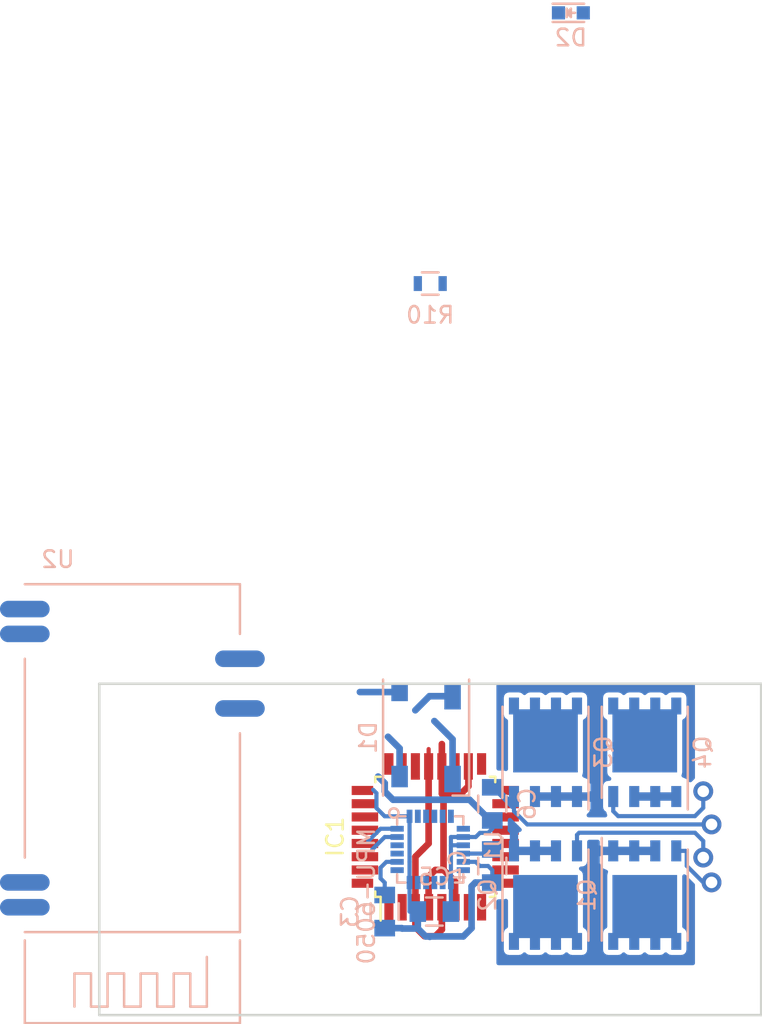
<source format=kicad_pcb>
(kicad_pcb (version 4) (host pcbnew 4.0.2+e4-6225~38~ubuntu14.04.1-stable)

  (general
    (links 65)
    (no_connects 41)
    (area 91.15 74.984738 137.325001 140.375)
    (thickness 1.6)
    (drawings 4)
    (tracks 111)
    (zones 0)
    (modules 14)
    (nets 50)
  )

  (page A4)
  (layers
    (0 F.Cu signal)
    (31 B.Cu signal)
    (32 B.Adhes user)
    (33 F.Adhes user)
    (34 B.Paste user)
    (35 F.Paste user)
    (36 B.SilkS user hide)
    (37 F.SilkS user hide)
    (38 B.Mask user)
    (39 F.Mask user)
    (40 Dwgs.User user)
    (41 Cmts.User user)
    (42 Eco1.User user)
    (43 Eco2.User user)
    (44 Edge.Cuts user)
    (45 Margin user)
    (46 B.CrtYd user)
    (47 F.CrtYd user)
    (48 B.Fab user hide)
    (49 F.Fab user hide)
  )

  (setup
    (last_trace_width 0.4)
    (user_trace_width 0.25)
    (user_trace_width 0.4)
    (trace_clearance 0.1)
    (zone_clearance 0.3)
    (zone_45_only no)
    (trace_min 0.2)
    (segment_width 0.2)
    (edge_width 0.15)
    (via_size 1.2)
    (via_drill 0.7)
    (via_min_size 0.4)
    (via_min_drill 0.3)
    (uvia_size 0.3)
    (uvia_drill 0.1)
    (uvias_allowed no)
    (uvia_min_size 0.2)
    (uvia_min_drill 0.1)
    (pcb_text_width 0.3)
    (pcb_text_size 1.5 1.5)
    (mod_edge_width 0.15)
    (mod_text_size 1 1)
    (mod_text_width 0.15)
    (pad_size 1.3 1)
    (pad_drill 0)
    (pad_to_mask_clearance 0.2)
    (aux_axis_origin 0 0)
    (grid_origin 117.25 128)
    (visible_elements FFFFFF7F)
    (pcbplotparams
      (layerselection 0x00030_80000001)
      (usegerberextensions false)
      (excludeedgelayer true)
      (linewidth 0.100000)
      (plotframeref false)
      (viasonmask false)
      (mode 1)
      (useauxorigin false)
      (hpglpennumber 1)
      (hpglpenspeed 20)
      (hpglpendiameter 15)
      (hpglpenoverlay 2)
      (psnegative false)
      (psa4output false)
      (plotreference true)
      (plotvalue true)
      (plotinvisibletext false)
      (padsonsilk false)
      (subtractmaskfromsilk false)
      (outputformat 1)
      (mirror false)
      (drillshape 1)
      (scaleselection 1)
      (outputdirectory ""))
  )

  (net 0 "")
  (net 1 /Microcontroller/XTAL1)
  (net 2 GND)
  (net 3 /Microcontroller/XTAL2)
  (net 4 /Microcontroller/12_LED)
  (net 5 /Microcontroller/13_LED)
  (net 6 /Microcontroller/8_LED)
  (net 7 /Microcontroller/11_PWM_LEDA)
  (net 8 /Microcontroller/3_PWM)
  (net 9 /Microcontroller/4)
  (net 10 +3V3)
  (net 11 /Microcontroller/7)
  (net 12 /Microcontroller/A6)
  (net 13 /Microcontroller/A7)
  (net 14 /Microcontroller/A0)
  (net 15 /Microcontroller/A1)
  (net 16 /Microcontroller/A2)
  (net 17 /Microcontroller/A3)
  (net 18 /Microcontroller/RST)
  (net 19 /Microcontroller/2_INT0)
  (net 20 "Net-(C3-Pad1)")
  (net 21 "Net-(C4-Pad1)")
  (net 22 /motor/M1)
  (net 23 /motor/M2)
  (net 24 /motor/M3)
  (net 25 /motor/M4)
  (net 26 /IMU/SDA)
  (net 27 /IMU/SCL)
  (net 28 /Microcontroller/RXD)
  (net 29 /Bluetooth/RXD)
  (net 30 "Net-(P1-Pad2)")
  (net 31 "Net-(P2-Pad2)")
  (net 32 "Net-(P3-Pad2)")
  (net 33 "Net-(P4-Pad2)")
  (net 34 "Net-(U1-Pad2)")
  (net 35 "Net-(U1-Pad3)")
  (net 36 "Net-(U1-Pad4)")
  (net 37 "Net-(U1-Pad5)")
  (net 38 "Net-(U1-Pad6)")
  (net 39 "Net-(U1-Pad7)")
  (net 40 "Net-(U1-Pad12)")
  (net 41 "Net-(U1-Pad14)")
  (net 42 "Net-(U1-Pad15)")
  (net 43 "Net-(U1-Pad16)")
  (net 44 "Net-(U1-Pad17)")
  (net 45 "Net-(U1-Pad19)")
  (net 46 "Net-(U1-Pad21)")
  (net 47 "Net-(U1-Pad22)")
  (net 48 "Net-(D2-Pad2)")
  (net 49 "Net-(D2-Pad1)")

  (net_class Default "This is the default net class."
    (clearance 0.1)
    (trace_width 0.4)
    (via_dia 1.2)
    (via_drill 0.7)
    (uvia_dia 0.3)
    (uvia_drill 0.1)
    (add_net +3V3)
    (add_net /Bluetooth/RXD)
    (add_net /IMU/SCL)
    (add_net /IMU/SDA)
    (add_net /Microcontroller/11_PWM_LEDA)
    (add_net /Microcontroller/12_LED)
    (add_net /Microcontroller/13_LED)
    (add_net /Microcontroller/2_INT0)
    (add_net /Microcontroller/3_PWM)
    (add_net /Microcontroller/4)
    (add_net /Microcontroller/7)
    (add_net /Microcontroller/8_LED)
    (add_net /Microcontroller/A0)
    (add_net /Microcontroller/A1)
    (add_net /Microcontroller/A2)
    (add_net /Microcontroller/A3)
    (add_net /Microcontroller/A6)
    (add_net /Microcontroller/A7)
    (add_net /Microcontroller/RST)
    (add_net /Microcontroller/RXD)
    (add_net /Microcontroller/XTAL1)
    (add_net /Microcontroller/XTAL2)
    (add_net /motor/M1)
    (add_net /motor/M2)
    (add_net /motor/M3)
    (add_net /motor/M4)
    (add_net GND)
    (add_net "Net-(C3-Pad1)")
    (add_net "Net-(C4-Pad1)")
    (add_net "Net-(D2-Pad1)")
    (add_net "Net-(D2-Pad2)")
    (add_net "Net-(P1-Pad2)")
    (add_net "Net-(P2-Pad2)")
    (add_net "Net-(P3-Pad2)")
    (add_net "Net-(P4-Pad2)")
    (add_net "Net-(U1-Pad12)")
    (add_net "Net-(U1-Pad14)")
    (add_net "Net-(U1-Pad15)")
    (add_net "Net-(U1-Pad16)")
    (add_net "Net-(U1-Pad17)")
    (add_net "Net-(U1-Pad19)")
    (add_net "Net-(U1-Pad2)")
    (add_net "Net-(U1-Pad21)")
    (add_net "Net-(U1-Pad22)")
    (add_net "Net-(U1-Pad3)")
    (add_net "Net-(U1-Pad4)")
    (add_net "Net-(U1-Pad5)")
    (add_net "Net-(U1-Pad6)")
    (add_net "Net-(U1-Pad7)")
  )

  (module Capacitors_SMD:C_0805 (layer B.Cu) (tedit 5415D6EA) (tstamp 5746517E)
    (at 121 129.009738 270)
    (descr "Capacitor SMD 0805, reflow soldering, AVX (see smccp.pdf)")
    (tags "capacitor 0805")
    (path /5746B3F4/574891D7)
    (attr smd)
    (fp_text reference C4 (at 0 2.1 270) (layer B.SilkS)
      (effects (font (size 1 1) (thickness 0.15)) (justify mirror))
    )
    (fp_text value 0u1 (at 0 -2.1 270) (layer B.Fab)
      (effects (font (size 1 1) (thickness 0.15)) (justify mirror))
    )
    (fp_line (start -1.8 1) (end 1.8 1) (layer B.CrtYd) (width 0.05))
    (fp_line (start -1.8 -1) (end 1.8 -1) (layer B.CrtYd) (width 0.05))
    (fp_line (start -1.8 1) (end -1.8 -1) (layer B.CrtYd) (width 0.05))
    (fp_line (start 1.8 1) (end 1.8 -1) (layer B.CrtYd) (width 0.05))
    (fp_line (start 0.5 0.85) (end -0.5 0.85) (layer B.SilkS) (width 0.15))
    (fp_line (start -0.5 -0.85) (end 0.5 -0.85) (layer B.SilkS) (width 0.15))
    (pad 1 smd rect (at -1 0 270) (size 1 1.25) (layers B.Cu B.Paste B.Mask)
      (net 21 "Net-(C4-Pad1)"))
    (pad 2 smd rect (at 1 0 270) (size 1 1.25) (layers B.Cu B.Paste B.Mask)
      (net 2 GND))
    (model Capacitors_SMD.3dshapes/C_0805.wrl
      (at (xyz 0 0 0))
      (scale (xyz 1 1 1))
      (rotate (xyz 0 0 0))
    )
  )

  (module SMD_Packages:SO-8_PowerPAK_Vishay_Single (layer B.Cu) (tedit 54AF9856) (tstamp 574651D6)
    (at 130.215286 122.146258 90)
    (descr "PowerPAK SO-8 (see Vishay AN821)")
    (tags "PowerPAK SO-8")
    (path /5746642B/574664F2)
    (attr smd)
    (fp_text reference Q4 (at 0 3.5 90) (layer B.SilkS)
      (effects (font (size 1 1) (thickness 0.15)) (justify mirror))
    )
    (fp_text value IRF7607PBF (at 0 -3.5 90) (layer B.Fab)
      (effects (font (size 1 1) (thickness 0.15)) (justify mirror))
    )
    (fp_line (start -3.55 2.75) (end -3.55 -2.75) (layer B.CrtYd) (width 0.05))
    (fp_line (start 3.55 2.75) (end 3.55 -2.75) (layer B.CrtYd) (width 0.05))
    (fp_line (start -3.55 2.75) (end 3.55 2.75) (layer B.CrtYd) (width 0.05))
    (fp_line (start -3.55 -2.75) (end 3.55 -2.75) (layer B.CrtYd) (width 0.05))
    (fp_line (start -3.45 2.6) (end 2.75 2.6) (layer B.SilkS) (width 0.15))
    (fp_line (start -2.75 -2.6) (end 2.75 -2.6) (layer B.SilkS) (width 0.15))
    (pad 1 smd rect (at -2.67 1.905 90) (size 1.27 0.61) (layers B.Cu B.Paste B.Mask)
      (net 2 GND))
    (pad 2 smd rect (at -2.67 0.635 90) (size 1.27 0.61) (layers B.Cu B.Paste B.Mask)
      (net 2 GND))
    (pad 3 smd rect (at -2.67 -0.635 90) (size 1.27 0.61) (layers B.Cu B.Paste B.Mask)
      (net 2 GND))
    (pad 4 smd rect (at -2.67 -1.905 90) (size 1.27 0.61) (layers B.Cu B.Paste B.Mask)
      (net 25 /motor/M4))
    (pad 5 smd rect (at 2.795 -1.905 90) (size 1.02 0.61) (layers B.Cu B.Paste B.Mask)
      (net 33 "Net-(P4-Pad2)"))
    (pad 5 smd rect (at 2.795 -0.635 90) (size 1.02 0.61) (layers B.Cu B.Paste B.Mask)
      (net 33 "Net-(P4-Pad2)"))
    (pad 5 smd rect (at 2.795 0.635 90) (size 1.02 0.61) (layers B.Cu B.Paste B.Mask)
      (net 33 "Net-(P4-Pad2)"))
    (pad 5 smd rect (at 2.795 1.905 90) (size 1.02 0.61) (layers B.Cu B.Paste B.Mask)
      (net 33 "Net-(P4-Pad2)"))
    (pad 5 smd rect (at 0.69 0 90) (size 3.81 3.91) (layers B.Cu B.Paste B.Mask)
      (net 33 "Net-(P4-Pad2)"))
  )

  (module SMD_Packages:SO-8_PowerPAK_Vishay_Single (layer B.Cu) (tedit 54AF9856) (tstamp 574651AF)
    (at 130.215286 130.766258 270)
    (descr "PowerPAK SO-8 (see Vishay AN821)")
    (tags "PowerPAK SO-8")
    (path /5746642B/57466434)
    (attr smd)
    (fp_text reference Q1 (at 0 3.5 270) (layer B.SilkS)
      (effects (font (size 1 1) (thickness 0.15)) (justify mirror))
    )
    (fp_text value IRF7607PBF (at 0 -3.5 270) (layer B.Fab)
      (effects (font (size 1 1) (thickness 0.15)) (justify mirror))
    )
    (fp_line (start -3.55 2.75) (end -3.55 -2.75) (layer B.CrtYd) (width 0.05))
    (fp_line (start 3.55 2.75) (end 3.55 -2.75) (layer B.CrtYd) (width 0.05))
    (fp_line (start -3.55 2.75) (end 3.55 2.75) (layer B.CrtYd) (width 0.05))
    (fp_line (start -3.55 -2.75) (end 3.55 -2.75) (layer B.CrtYd) (width 0.05))
    (fp_line (start -3.45 2.6) (end 2.75 2.6) (layer B.SilkS) (width 0.15))
    (fp_line (start -2.75 -2.6) (end 2.75 -2.6) (layer B.SilkS) (width 0.15))
    (pad 1 smd rect (at -2.67 1.905 270) (size 1.27 0.61) (layers B.Cu B.Paste B.Mask)
      (net 2 GND))
    (pad 2 smd rect (at -2.67 0.635 270) (size 1.27 0.61) (layers B.Cu B.Paste B.Mask)
      (net 2 GND))
    (pad 3 smd rect (at -2.67 -0.635 270) (size 1.27 0.61) (layers B.Cu B.Paste B.Mask)
      (net 2 GND))
    (pad 4 smd rect (at -2.67 -1.905 270) (size 1.27 0.61) (layers B.Cu B.Paste B.Mask)
      (net 22 /motor/M1))
    (pad 5 smd rect (at 2.795 -1.905 270) (size 1.02 0.61) (layers B.Cu B.Paste B.Mask)
      (net 30 "Net-(P1-Pad2)"))
    (pad 5 smd rect (at 2.795 -0.635 270) (size 1.02 0.61) (layers B.Cu B.Paste B.Mask)
      (net 30 "Net-(P1-Pad2)"))
    (pad 5 smd rect (at 2.795 0.635 270) (size 1.02 0.61) (layers B.Cu B.Paste B.Mask)
      (net 30 "Net-(P1-Pad2)"))
    (pad 5 smd rect (at 2.795 1.905 270) (size 1.02 0.61) (layers B.Cu B.Paste B.Mask)
      (net 30 "Net-(P1-Pad2)"))
    (pad 5 smd rect (at 0.69 0 270) (size 3.81 3.91) (layers B.Cu B.Paste B.Mask)
      (net 30 "Net-(P1-Pad2)"))
  )

  (module Housings_QFP:TQFP-32_7x7mm_Pitch0.8mm (layer F.Cu) (tedit 5746274F) (tstamp 57462407)
    (at 117.55354 127.25 90)
    (descr "32-Lead Plastic Thin Quad Flatpack (PT) - 7x7x1.0 mm Body, 2.00 mm [TQFP] (see Microchip Packaging Specification 00000049BS.pdf)")
    (tags "QFP 0.8")
    (path /574602F0/574602F9)
    (attr smd)
    (fp_text reference IC1 (at 0 -6.05 90) (layer F.SilkS)
      (effects (font (size 1 1) (thickness 0.15)))
    )
    (fp_text value ATMEGA328-A (at 0 6.05 90) (layer F.Fab)
      (effects (font (size 1 1) (thickness 0.15)))
    )
    (fp_line (start -5.3 -5.3) (end -5.3 5.3) (layer F.CrtYd) (width 0.05))
    (fp_line (start 5.3 -5.3) (end 5.3 5.3) (layer F.CrtYd) (width 0.05))
    (fp_line (start -5.3 -5.3) (end 5.3 -5.3) (layer F.CrtYd) (width 0.05))
    (fp_line (start -5.3 5.3) (end 5.3 5.3) (layer F.CrtYd) (width 0.05))
    (fp_line (start -3.625 -3.625) (end -3.625 -3.3) (layer F.SilkS) (width 0.15))
    (fp_line (start 3.625 -3.625) (end 3.625 -3.3) (layer F.SilkS) (width 0.15))
    (fp_line (start 3.625 3.625) (end 3.625 3.3) (layer F.SilkS) (width 0.15))
    (fp_line (start -3.625 3.625) (end -3.625 3.3) (layer F.SilkS) (width 0.15))
    (fp_line (start -3.625 -3.625) (end -3.3 -3.625) (layer F.SilkS) (width 0.15))
    (fp_line (start -3.625 3.625) (end -3.3 3.625) (layer F.SilkS) (width 0.15))
    (fp_line (start 3.625 3.625) (end 3.3 3.625) (layer F.SilkS) (width 0.15))
    (fp_line (start 3.625 -3.625) (end 3.3 -3.625) (layer F.SilkS) (width 0.15))
    (fp_line (start -3.625 -3.3) (end -5.05 -3.3) (layer F.SilkS) (width 0.15))
    (pad 1 smd rect (at -4.4 -2.8 90) (size 1.3 0.55) (layers F.Cu F.Paste F.Mask)
      (net 8 /Microcontroller/3_PWM))
    (pad 2 smd rect (at -4.25 -2 90) (size 1.6 0.55) (layers F.Cu F.Paste F.Mask)
      (net 9 /Microcontroller/4))
    (pad 3 smd rect (at -4.25 -1.2 90) (size 1.6 0.55) (layers F.Cu F.Paste F.Mask)
      (net 2 GND))
    (pad 4 smd rect (at -4.25 -0.4 90) (size 1.6 0.55) (layers F.Cu F.Paste F.Mask)
      (net 10 +3V3))
    (pad 5 smd rect (at -4.25 0.4 90) (size 1.6 0.55) (layers F.Cu F.Paste F.Mask)
      (net 2 GND))
    (pad 6 smd rect (at -4.25 1.2 90) (size 1.6 0.55) (layers F.Cu F.Paste F.Mask)
      (net 10 +3V3))
    (pad 7 smd rect (at -4.25 2 90) (size 1.6 0.55) (layers F.Cu F.Paste F.Mask)
      (net 1 /Microcontroller/XTAL1))
    (pad 8 smd rect (at -4.25 2.8 90) (size 1.6 0.55) (layers F.Cu F.Paste F.Mask)
      (net 3 /Microcontroller/XTAL2))
    (pad 9 smd rect (at -2.8 4.25 180) (size 1.6 0.55) (layers F.Cu F.Paste F.Mask)
      (net 22 /motor/M1))
    (pad 10 smd rect (at -2 4.25 180) (size 1.6 0.55) (layers F.Cu F.Paste F.Mask)
      (net 23 /motor/M2))
    (pad 11 smd rect (at -1.2 4.25 180) (size 1.6 0.55) (layers F.Cu F.Paste F.Mask)
      (net 11 /Microcontroller/7))
    (pad 12 smd rect (at -0.4 4.25 180) (size 1.6 0.55) (layers F.Cu F.Paste F.Mask)
      (net 6 /Microcontroller/8_LED))
    (pad 13 smd rect (at 0.4 4.25 180) (size 1.6 0.55) (layers F.Cu F.Paste F.Mask)
      (net 24 /motor/M3))
    (pad 14 smd rect (at 1.2 4.25 180) (size 1.6 0.55) (layers F.Cu F.Paste F.Mask)
      (net 25 /motor/M4))
    (pad 15 smd rect (at 2 4.25 180) (size 1.6 0.55) (layers F.Cu F.Paste F.Mask)
      (net 7 /Microcontroller/11_PWM_LEDA))
    (pad 16 smd rect (at 2.8 4.4 180) (size 1.3 0.55) (layers F.Cu F.Paste F.Mask)
      (net 4 /Microcontroller/12_LED))
    (pad 17 smd rect (at 4.4 2.8 90) (size 1.3 0.55) (layers F.Cu F.Paste F.Mask)
      (net 5 /Microcontroller/13_LED))
    (pad 18 smd rect (at 4.25 2 90) (size 1.6 0.55) (layers F.Cu F.Paste F.Mask)
      (net 10 +3V3))
    (pad 19 smd rect (at 4.25 1.2 90) (size 1.6 0.55) (layers F.Cu F.Paste F.Mask)
      (net 12 /Microcontroller/A6))
    (pad 20 smd rect (at 4.25 0.4 90) (size 1.6 0.55) (layers F.Cu F.Paste F.Mask)
      (net 10 +3V3))
    (pad 21 smd rect (at 4.25 -0.4 90) (size 1.6 0.55) (layers F.Cu F.Paste F.Mask)
      (net 2 GND))
    (pad 22 smd rect (at 4.25 -1.2 90) (size 1.6 0.55) (layers F.Cu F.Paste F.Mask)
      (net 13 /Microcontroller/A7))
    (pad 23 smd rect (at 4.25 -2 90) (size 1.6 0.55) (layers F.Cu F.Paste F.Mask)
      (net 14 /Microcontroller/A0))
    (pad 24 smd rect (at 4.4 -2.8 90) (size 1.3 0.55) (layers F.Cu F.Paste F.Mask)
      (net 15 /Microcontroller/A1))
    (pad 25 smd rect (at 2.8 -4.4 180) (size 1.3 0.55) (layers F.Cu F.Paste F.Mask)
      (net 16 /Microcontroller/A2))
    (pad 26 smd rect (at 2 -4.25 180) (size 1.6 0.55) (layers F.Cu F.Paste F.Mask)
      (net 17 /Microcontroller/A3))
    (pad 27 smd rect (at 1.2 -4.25 180) (size 1.6 0.55) (layers F.Cu F.Paste F.Mask)
      (net 26 /IMU/SDA))
    (pad 28 smd rect (at 0.4 -4.25 180) (size 1.6 0.55) (layers F.Cu F.Paste F.Mask)
      (net 27 /IMU/SCL))
    (pad 29 smd rect (at -0.4 -4.25 180) (size 1.6 0.55) (layers F.Cu F.Paste F.Mask)
      (net 18 /Microcontroller/RST))
    (pad 30 smd rect (at -1.2 -4.25 180) (size 1.6 0.55) (layers F.Cu F.Paste F.Mask)
      (net 28 /Microcontroller/RXD))
    (pad 31 smd rect (at -2 -4.25 180) (size 1.6 0.55) (layers F.Cu F.Paste F.Mask)
      (net 29 /Bluetooth/RXD))
    (pad 32 smd rect (at -2.8 -4.4 180) (size 1.3 0.55) (layers F.Cu F.Paste F.Mask)
      (net 19 /Microcontroller/2_INT0))
    (model Housings_QFP.3dshapes/TQFP-32_7x7mm_Pitch0.8mm.wrl
      (at (xyz 0 0 0))
      (scale (xyz 1 1 1))
      (rotate (xyz 0 0 0))
    )
  )

  (module Capacitors_SMD:C_0805 (layer B.Cu) (tedit 5415D6EA) (tstamp 57465184)
    (at 117.5 131.759738 180)
    (descr "Capacitor SMD 0805, reflow soldering, AVX (see smccp.pdf)")
    (tags "capacitor 0805")
    (path /5746B3F4/574895F6)
    (attr smd)
    (fp_text reference C5 (at 0 2.1 180) (layer B.SilkS)
      (effects (font (size 1 1) (thickness 0.15)) (justify mirror))
    )
    (fp_text value 10n (at 0 -2.1 180) (layer B.Fab)
      (effects (font (size 1 1) (thickness 0.15)) (justify mirror))
    )
    (fp_line (start -1.8 1) (end 1.8 1) (layer B.CrtYd) (width 0.05))
    (fp_line (start -1.8 -1) (end 1.8 -1) (layer B.CrtYd) (width 0.05))
    (fp_line (start -1.8 1) (end -1.8 -1) (layer B.CrtYd) (width 0.05))
    (fp_line (start 1.8 1) (end 1.8 -1) (layer B.CrtYd) (width 0.05))
    (fp_line (start 0.5 0.85) (end -0.5 0.85) (layer B.SilkS) (width 0.15))
    (fp_line (start -0.5 -0.85) (end 0.5 -0.85) (layer B.SilkS) (width 0.15))
    (pad 1 smd rect (at -1 0 180) (size 1 1.25) (layers B.Cu B.Paste B.Mask)
      (net 10 +3V3))
    (pad 2 smd rect (at 1 0 180) (size 1 1.25) (layers B.Cu B.Paste B.Mask)
      (net 2 GND))
    (model Capacitors_SMD.3dshapes/C_0805.wrl
      (at (xyz 0 0 0))
      (scale (xyz 1 1 1))
      (rotate (xyz 0 0 0))
    )
  )

  (module LEDs:LED_WS2812B-PLCC4 (layer B.Cu) (tedit 5746568A) (tstamp 574623E3)
    (at 117 121.259738 270)
    (descr http://www.world-semi.com/uploads/soft/150522/1-150522091P5.pdf)
    (tags "LED NeoPixel")
    (path /574602F0/5746346B)
    (attr smd)
    (fp_text reference D1 (at 0 3.5 270) (layer B.SilkS)
      (effects (font (size 1 1) (thickness 0.15)) (justify mirror))
    )
    (fp_text value Led_RGB_CA (at 0 -4 270) (layer B.Fab)
      (effects (font (size 1 1) (thickness 0.15)) (justify mirror))
    )
    (fp_line (start 3.75 2.85) (end -3.75 2.85) (layer B.CrtYd) (width 0.05))
    (fp_line (start 3.75 -2.85) (end 3.75 2.85) (layer B.CrtYd) (width 0.05))
    (fp_line (start -3.75 -2.85) (end 3.75 -2.85) (layer B.CrtYd) (width 0.05))
    (fp_line (start -3.75 2.85) (end -3.75 -2.85) (layer B.CrtYd) (width 0.05))
    (fp_line (start 2.5 -1.5) (end 1.5 -2.5) (layer Dwgs.User) (width 0.1))
    (fp_line (start -2.5 2.5) (end -2.5 -2.5) (layer Dwgs.User) (width 0.1))
    (fp_line (start -2.5 -2.5) (end 2.5 -2.5) (layer Dwgs.User) (width 0.1))
    (fp_line (start 2.5 -2.5) (end 2.5 2.5) (layer Dwgs.User) (width 0.1))
    (fp_line (start 2.5 2.5) (end -2.5 2.5) (layer Dwgs.User) (width 0.1))
    (fp_line (start -3.5 2.6) (end 3.5 2.6) (layer B.SilkS) (width 0.15))
    (fp_line (start -3.5 -2.6) (end 3.5 -2.6) (layer B.SilkS) (width 0.15))
    (fp_line (start 3.5 -2.6) (end 3.5 -1.6) (layer B.SilkS) (width 0.15))
    (fp_circle (center 0 0) (end 0 2) (layer Dwgs.User) (width 0.1))
    (pad 3 smd rect (at 2.5 -1.6 270) (size 1.6 1) (layers B.Cu B.Paste B.Mask)
      (net 6 /Microcontroller/8_LED))
    (pad 4 smd rect (at 2.35 1.6 270) (size 1.3 1) (layers B.Cu B.Paste B.Mask)
      (net 5 /Microcontroller/13_LED))
    (pad 2 smd rect (at -2.5 -1.6 270) (size 1.6 1) (layers B.Cu B.Paste B.Mask)
      (net 4 /Microcontroller/12_LED))
    (pad 1 smd rect (at -2.75 1.6 270) (size 1.1 1) (layers B.Cu B.Paste B.Mask)
      (net 7 /Microcontroller/11_PWM_LEDA))
    (model LEDs.3dshapes/LED_WS2812B-PLCC4.wrl
      (at (xyz 0 0 0.004))
      (scale (xyz 0.385 0.385 0.385))
      (rotate (xyz 0 0 180))
    )
  )

  (module Capacitors_SMD:C_0805 (layer B.Cu) (tedit 5415D6EA) (tstamp 57465178)
    (at 114.5 131.759738 270)
    (descr "Capacitor SMD 0805, reflow soldering, AVX (see smccp.pdf)")
    (tags "capacitor 0805")
    (path /5746B3F4/574890B2)
    (attr smd)
    (fp_text reference C3 (at 0 2.1 270) (layer B.SilkS)
      (effects (font (size 1 1) (thickness 0.15)) (justify mirror))
    )
    (fp_text value 2n2 (at 0 -2.1 270) (layer B.Fab)
      (effects (font (size 1 1) (thickness 0.15)) (justify mirror))
    )
    (fp_line (start -1.8 1) (end 1.8 1) (layer B.CrtYd) (width 0.05))
    (fp_line (start -1.8 -1) (end 1.8 -1) (layer B.CrtYd) (width 0.05))
    (fp_line (start -1.8 1) (end -1.8 -1) (layer B.CrtYd) (width 0.05))
    (fp_line (start 1.8 1) (end 1.8 -1) (layer B.CrtYd) (width 0.05))
    (fp_line (start 0.5 0.85) (end -0.5 0.85) (layer B.SilkS) (width 0.15))
    (fp_line (start -0.5 -0.85) (end 0.5 -0.85) (layer B.SilkS) (width 0.15))
    (pad 1 smd rect (at -1 0 270) (size 1 1.25) (layers B.Cu B.Paste B.Mask)
      (net 20 "Net-(C3-Pad1)"))
    (pad 2 smd rect (at 1 0 270) (size 1 1.25) (layers B.Cu B.Paste B.Mask)
      (net 2 GND))
    (model Capacitors_SMD.3dshapes/C_0805.wrl
      (at (xyz 0 0 0))
      (scale (xyz 1 1 1))
      (rotate (xyz 0 0 0))
    )
  )

  (module Capacitors_SMD:C_0805 (layer B.Cu) (tedit 5415D6EA) (tstamp 5746518A)
    (at 121 125.259738 90)
    (descr "Capacitor SMD 0805, reflow soldering, AVX (see smccp.pdf)")
    (tags "capacitor 0805")
    (path /5746B3F4/57489784)
    (attr smd)
    (fp_text reference C6 (at 0 2.1 90) (layer B.SilkS)
      (effects (font (size 1 1) (thickness 0.15)) (justify mirror))
    )
    (fp_text value 0u1 (at 0 -2.1 90) (layer B.Fab)
      (effects (font (size 1 1) (thickness 0.15)) (justify mirror))
    )
    (fp_line (start -1.8 1) (end 1.8 1) (layer B.CrtYd) (width 0.05))
    (fp_line (start -1.8 -1) (end 1.8 -1) (layer B.CrtYd) (width 0.05))
    (fp_line (start -1.8 1) (end -1.8 -1) (layer B.CrtYd) (width 0.05))
    (fp_line (start 1.8 1) (end 1.8 -1) (layer B.CrtYd) (width 0.05))
    (fp_line (start 0.5 0.85) (end -0.5 0.85) (layer B.SilkS) (width 0.15))
    (fp_line (start -0.5 -0.85) (end 0.5 -0.85) (layer B.SilkS) (width 0.15))
    (pad 1 smd rect (at -1 0 90) (size 1 1.25) (layers B.Cu B.Paste B.Mask)
      (net 10 +3V3))
    (pad 2 smd rect (at 1 0 90) (size 1 1.25) (layers B.Cu B.Paste B.Mask)
      (net 2 GND))
    (model Capacitors_SMD.3dshapes/C_0805.wrl
      (at (xyz 0 0 0))
      (scale (xyz 1 1 1))
      (rotate (xyz 0 0 0))
    )
  )

  (module SMD_Packages:SO-8_PowerPAK_Vishay_Single (layer B.Cu) (tedit 54AF9856) (tstamp 574651BC)
    (at 124.215286 130.766258 270)
    (descr "PowerPAK SO-8 (see Vishay AN821)")
    (tags "PowerPAK SO-8")
    (path /5746642B/57466481)
    (attr smd)
    (fp_text reference Q2 (at 0 3.5 270) (layer B.SilkS)
      (effects (font (size 1 1) (thickness 0.15)) (justify mirror))
    )
    (fp_text value IRF7607PBF (at 0 -3.5 270) (layer B.Fab)
      (effects (font (size 1 1) (thickness 0.15)) (justify mirror))
    )
    (fp_line (start -3.55 2.75) (end -3.55 -2.75) (layer B.CrtYd) (width 0.05))
    (fp_line (start 3.55 2.75) (end 3.55 -2.75) (layer B.CrtYd) (width 0.05))
    (fp_line (start -3.55 2.75) (end 3.55 2.75) (layer B.CrtYd) (width 0.05))
    (fp_line (start -3.55 -2.75) (end 3.55 -2.75) (layer B.CrtYd) (width 0.05))
    (fp_line (start -3.45 2.6) (end 2.75 2.6) (layer B.SilkS) (width 0.15))
    (fp_line (start -2.75 -2.6) (end 2.75 -2.6) (layer B.SilkS) (width 0.15))
    (pad 1 smd rect (at -2.67 1.905 270) (size 1.27 0.61) (layers B.Cu B.Paste B.Mask)
      (net 2 GND))
    (pad 2 smd rect (at -2.67 0.635 270) (size 1.27 0.61) (layers B.Cu B.Paste B.Mask)
      (net 2 GND))
    (pad 3 smd rect (at -2.67 -0.635 270) (size 1.27 0.61) (layers B.Cu B.Paste B.Mask)
      (net 2 GND))
    (pad 4 smd rect (at -2.67 -1.905 270) (size 1.27 0.61) (layers B.Cu B.Paste B.Mask)
      (net 23 /motor/M2))
    (pad 5 smd rect (at 2.795 -1.905 270) (size 1.02 0.61) (layers B.Cu B.Paste B.Mask)
      (net 31 "Net-(P2-Pad2)"))
    (pad 5 smd rect (at 2.795 -0.635 270) (size 1.02 0.61) (layers B.Cu B.Paste B.Mask)
      (net 31 "Net-(P2-Pad2)"))
    (pad 5 smd rect (at 2.795 0.635 270) (size 1.02 0.61) (layers B.Cu B.Paste B.Mask)
      (net 31 "Net-(P2-Pad2)"))
    (pad 5 smd rect (at 2.795 1.905 270) (size 1.02 0.61) (layers B.Cu B.Paste B.Mask)
      (net 31 "Net-(P2-Pad2)"))
    (pad 5 smd rect (at 0.69 0 270) (size 3.81 3.91) (layers B.Cu B.Paste B.Mask)
      (net 31 "Net-(P2-Pad2)"))
  )

  (module SMD_Packages:SO-8_PowerPAK_Vishay_Single (layer B.Cu) (tedit 54AF9856) (tstamp 574651C9)
    (at 124.215286 122.146258 90)
    (descr "PowerPAK SO-8 (see Vishay AN821)")
    (tags "PowerPAK SO-8")
    (path /5746642B/574664B9)
    (attr smd)
    (fp_text reference Q3 (at 0 3.5 90) (layer B.SilkS)
      (effects (font (size 1 1) (thickness 0.15)) (justify mirror))
    )
    (fp_text value IRF7607PBF (at 0 -3.5 90) (layer B.Fab)
      (effects (font (size 1 1) (thickness 0.15)) (justify mirror))
    )
    (fp_line (start -3.55 2.75) (end -3.55 -2.75) (layer B.CrtYd) (width 0.05))
    (fp_line (start 3.55 2.75) (end 3.55 -2.75) (layer B.CrtYd) (width 0.05))
    (fp_line (start -3.55 2.75) (end 3.55 2.75) (layer B.CrtYd) (width 0.05))
    (fp_line (start -3.55 -2.75) (end 3.55 -2.75) (layer B.CrtYd) (width 0.05))
    (fp_line (start -3.45 2.6) (end 2.75 2.6) (layer B.SilkS) (width 0.15))
    (fp_line (start -2.75 -2.6) (end 2.75 -2.6) (layer B.SilkS) (width 0.15))
    (pad 1 smd rect (at -2.67 1.905 90) (size 1.27 0.61) (layers B.Cu B.Paste B.Mask)
      (net 2 GND))
    (pad 2 smd rect (at -2.67 0.635 90) (size 1.27 0.61) (layers B.Cu B.Paste B.Mask)
      (net 2 GND))
    (pad 3 smd rect (at -2.67 -0.635 90) (size 1.27 0.61) (layers B.Cu B.Paste B.Mask)
      (net 2 GND))
    (pad 4 smd rect (at -2.67 -1.905 90) (size 1.27 0.61) (layers B.Cu B.Paste B.Mask)
      (net 24 /motor/M3))
    (pad 5 smd rect (at 2.795 -1.905 90) (size 1.02 0.61) (layers B.Cu B.Paste B.Mask)
      (net 32 "Net-(P3-Pad2)"))
    (pad 5 smd rect (at 2.795 -0.635 90) (size 1.02 0.61) (layers B.Cu B.Paste B.Mask)
      (net 32 "Net-(P3-Pad2)"))
    (pad 5 smd rect (at 2.795 0.635 90) (size 1.02 0.61) (layers B.Cu B.Paste B.Mask)
      (net 32 "Net-(P3-Pad2)"))
    (pad 5 smd rect (at 2.795 1.905 90) (size 1.02 0.61) (layers B.Cu B.Paste B.Mask)
      (net 32 "Net-(P3-Pad2)"))
    (pad 5 smd rect (at 0.69 0 90) (size 3.81 3.91) (layers B.Cu B.Paste B.Mask)
      (net 32 "Net-(P3-Pad2)"))
  )

  (module libraries:MPU-6050 (layer B.Cu) (tedit 0) (tstamp 5746520A)
    (at 117.25 128.009738 270)
    (path /5746B3F4/57488F2A)
    (fp_text reference U1 (at -0.1524 -3.8354 270) (layer B.SilkS)
      (effects (font (size 1 1) (thickness 0.15)) (justify mirror))
    )
    (fp_text value MPU-6050 (at 2.8194 3.8608 270) (layer B.SilkS)
      (effects (font (size 1 1) (thickness 0.15)) (justify mirror))
    )
    (fp_circle (center -2.2 2.2) (end -2 2) (layer B.SilkS) (width 0.15))
    (fp_line (start 2 1.5) (end 2 2) (layer B.SilkS) (width 0.15))
    (fp_line (start 2 2) (end 1.5 2) (layer B.SilkS) (width 0.15))
    (fp_line (start 1.5 -2) (end 2 -2) (layer B.SilkS) (width 0.15))
    (fp_line (start 2 -2) (end 2 -1.5) (layer B.SilkS) (width 0.15))
    (fp_line (start -2 -1.5) (end -2 -2) (layer B.SilkS) (width 0.15))
    (fp_line (start -2 -2) (end -1.6 -2) (layer B.SilkS) (width 0.15))
    (fp_line (start -1.6 -2) (end -1.5 -2) (layer B.SilkS) (width 0.15))
    (fp_line (start -2 2) (end -2 1.5) (layer B.SilkS) (width 0.15))
    (fp_line (start -2 2) (end -1.5 2) (layer B.SilkS) (width 0.15))
    (pad 1 smd rect (at -2 1.25 270) (size 0.8 0.35) (layers B.Cu B.Paste B.Mask)
      (net 2 GND))
    (pad 2 smd rect (at -2 0.75 270) (size 0.8 0.35) (layers B.Cu B.Paste B.Mask)
      (net 34 "Net-(U1-Pad2)"))
    (pad 3 smd rect (at -2 0.25 270) (size 0.8 0.35) (layers B.Cu B.Paste B.Mask)
      (net 35 "Net-(U1-Pad3)"))
    (pad 4 smd rect (at -2 -0.25 270) (size 0.8 0.35) (layers B.Cu B.Paste B.Mask)
      (net 36 "Net-(U1-Pad4)"))
    (pad 5 smd rect (at -2 -0.75 270) (size 0.8 0.35) (layers B.Cu B.Paste B.Mask)
      (net 37 "Net-(U1-Pad5)"))
    (pad 6 smd rect (at -2 -1.25 270) (size 0.8 0.35) (layers B.Cu B.Paste B.Mask)
      (net 38 "Net-(U1-Pad6)"))
    (pad 7 smd rect (at -1.25 -2 270) (size 0.35 0.8) (layers B.Cu B.Paste B.Mask)
      (net 39 "Net-(U1-Pad7)"))
    (pad 8 smd rect (at -0.75 -2 270) (size 0.35 0.8) (layers B.Cu B.Paste B.Mask)
      (net 10 +3V3))
    (pad 9 smd rect (at -0.25 -2 270) (size 0.35 0.8) (layers B.Cu B.Paste B.Mask)
      (net 10 +3V3))
    (pad 10 smd rect (at 0.25 -2 270) (size 0.35 0.8) (layers B.Cu B.Paste B.Mask)
      (net 21 "Net-(C4-Pad1)"))
    (pad 11 smd rect (at 0.75 -2 270) (size 0.35 0.8) (layers B.Cu B.Paste B.Mask)
      (net 2 GND))
    (pad 12 smd rect (at 1.25 -2 270) (size 0.35 0.8) (layers B.Cu B.Paste B.Mask)
      (net 40 "Net-(U1-Pad12)"))
    (pad 13 smd rect (at 2 -1.25 270) (size 0.8 0.35) (layers B.Cu B.Paste B.Mask)
      (net 10 +3V3))
    (pad 14 smd rect (at 2 -0.75 270) (size 0.8 0.35) (layers B.Cu B.Paste B.Mask)
      (net 41 "Net-(U1-Pad14)"))
    (pad 15 smd rect (at 2 -0.25 270) (size 0.8 0.35) (layers B.Cu B.Paste B.Mask)
      (net 42 "Net-(U1-Pad15)"))
    (pad 16 smd rect (at 2 0.25 270) (size 0.8 0.35) (layers B.Cu B.Paste B.Mask)
      (net 43 "Net-(U1-Pad16)"))
    (pad 17 smd rect (at 2 0.75 270) (size 0.8 0.35) (layers B.Cu B.Paste B.Mask)
      (net 44 "Net-(U1-Pad17)"))
    (pad 18 smd rect (at 2 1.25 270) (size 0.8 0.35) (layers B.Cu B.Paste B.Mask)
      (net 2 GND))
    (pad 19 smd rect (at 1.25 2 270) (size 0.35 0.8) (layers B.Cu B.Paste B.Mask)
      (net 45 "Net-(U1-Pad19)"))
    (pad 20 smd rect (at 0.75 2 270) (size 0.35 0.8) (layers B.Cu B.Paste B.Mask)
      (net 20 "Net-(C3-Pad1)"))
    (pad 21 smd rect (at 0.25 2 270) (size 0.35 0.8) (layers B.Cu B.Paste B.Mask)
      (net 46 "Net-(U1-Pad21)"))
    (pad 22 smd rect (at -0.25 2 270) (size 0.35 0.8) (layers B.Cu B.Paste B.Mask)
      (net 47 "Net-(U1-Pad22)"))
    (pad 23 smd rect (at -0.75 2 270) (size 0.35 0.8) (layers B.Cu B.Paste B.Mask)
      (net 27 /IMU/SCL))
    (pad 24 smd rect (at -1.25 2 270) (size 0.35 0.8) (layers B.Cu B.Paste B.Mask)
      (net 26 /IMU/SDA))
  )

  (module LEDs:LED_0603 (layer B.Cu) (tedit 55BDE255) (tstamp 57466B45)
    (at 125.75 77.509738)
    (descr "LED 0603 smd package")
    (tags "LED led 0603 SMD smd SMT smt smdled SMDLED smtled SMTLED")
    (path /5746C4CC/5748CE7D)
    (attr smd)
    (fp_text reference D2 (at 0 1.5) (layer B.SilkS)
      (effects (font (size 1 1) (thickness 0.15)) (justify mirror))
    )
    (fp_text value LED (at 0 -1.5) (layer B.Fab)
      (effects (font (size 1 1) (thickness 0.15)) (justify mirror))
    )
    (fp_line (start -1.1 -0.55) (end 0.8 -0.55) (layer B.SilkS) (width 0.15))
    (fp_line (start -1.1 0.55) (end 0.8 0.55) (layer B.SilkS) (width 0.15))
    (fp_line (start -0.2 0) (end 0.25 0) (layer B.SilkS) (width 0.15))
    (fp_line (start -0.25 0.25) (end -0.25 -0.25) (layer B.SilkS) (width 0.15))
    (fp_line (start -0.25 0) (end 0 0.25) (layer B.SilkS) (width 0.15))
    (fp_line (start 0 0.25) (end 0 -0.25) (layer B.SilkS) (width 0.15))
    (fp_line (start 0 -0.25) (end -0.25 0) (layer B.SilkS) (width 0.15))
    (fp_line (start 1.4 0.75) (end 1.4 -0.75) (layer B.CrtYd) (width 0.05))
    (fp_line (start 1.4 -0.75) (end -1.4 -0.75) (layer B.CrtYd) (width 0.05))
    (fp_line (start -1.4 -0.75) (end -1.4 0.75) (layer B.CrtYd) (width 0.05))
    (fp_line (start -1.4 0.75) (end 1.4 0.75) (layer B.CrtYd) (width 0.05))
    (pad 2 smd rect (at 0.7493 0 180) (size 0.79756 0.79756) (layers B.Cu B.Paste B.Mask)
      (net 48 "Net-(D2-Pad2)"))
    (pad 1 smd rect (at -0.7493 0 180) (size 0.79756 0.79756) (layers B.Cu B.Paste B.Mask)
      (net 49 "Net-(D2-Pad1)"))
    (model LEDs.3dshapes/LED_0603.wrl
      (at (xyz 0 0 0))
      (scale (xyz 1 1 1))
      (rotate (xyz 0 0 180))
    )
  )

  (module Resistors_SMD:R_0603 (layer B.Cu) (tedit 5415CC62) (tstamp 57466B4B)
    (at 117.25 93.851548)
    (descr "Resistor SMD 0603, reflow soldering, Vishay (see dcrcw.pdf)")
    (tags "resistor 0603")
    (path /5746C4CC/5748CED0)
    (attr smd)
    (fp_text reference R10 (at 0 1.9) (layer B.SilkS)
      (effects (font (size 1 1) (thickness 0.15)) (justify mirror))
    )
    (fp_text value R (at 0 -1.9) (layer B.Fab)
      (effects (font (size 1 1) (thickness 0.15)) (justify mirror))
    )
    (fp_line (start -1.3 0.8) (end 1.3 0.8) (layer B.CrtYd) (width 0.05))
    (fp_line (start -1.3 -0.8) (end 1.3 -0.8) (layer B.CrtYd) (width 0.05))
    (fp_line (start -1.3 0.8) (end -1.3 -0.8) (layer B.CrtYd) (width 0.05))
    (fp_line (start 1.3 0.8) (end 1.3 -0.8) (layer B.CrtYd) (width 0.05))
    (fp_line (start 0.5 -0.675) (end -0.5 -0.675) (layer B.SilkS) (width 0.15))
    (fp_line (start -0.5 0.675) (end 0.5 0.675) (layer B.SilkS) (width 0.15))
    (pad 1 smd rect (at -0.75 0) (size 0.5 0.9) (layers B.Cu B.Paste B.Mask)
      (net 49 "Net-(D2-Pad1)"))
    (pad 2 smd rect (at 0.75 0) (size 0.5 0.9) (layers B.Cu B.Paste B.Mask)
      (net 2 GND))
    (model Resistors_SMD.3dshapes/R_0603.wrl
      (at (xyz 0 0 0))
      (scale (xyz 1 1 1))
      (rotate (xyz 0 0 0))
    )
  )

  (module libraries:HC06-minimal (layer B.Cu) (tedit 574662AE) (tstamp 57466B6C)
    (at 98.75 122.5)
    (path /5746C4CC/5748CD2B)
    (fp_text reference U2 (at -4 -12) (layer B.SilkS)
      (effects (font (size 1 1) (thickness 0.15)) (justify mirror))
    )
    (fp_text value HC06 (at 0 17) (layer B.Fab)
      (effects (font (size 1 1) (thickness 0.15)) (justify mirror))
    )
    (fp_line (start 7 16) (end 7 11) (layer B.SilkS) (width 0.15))
    (fp_line (start -6 16) (end 7 16) (layer B.SilkS) (width 0.15))
    (fp_line (start -6 11) (end -6 16) (layer B.SilkS) (width 0.15))
    (fp_line (start -3 13) (end -3 15) (layer B.SilkS) (width 0.15))
    (fp_line (start -2 13) (end -3 13) (layer B.SilkS) (width 0.15))
    (fp_line (start -2 15) (end -2 13) (layer B.SilkS) (width 0.15))
    (fp_line (start -1 15) (end -2 15) (layer B.SilkS) (width 0.15))
    (fp_line (start -1 13) (end -1 15) (layer B.SilkS) (width 0.15))
    (fp_line (start 0 13) (end -1 13) (layer B.SilkS) (width 0.15))
    (fp_line (start 0 14) (end 0 13) (layer B.SilkS) (width 0.15))
    (fp_line (start 0 15) (end 0 14) (layer B.SilkS) (width 0.15))
    (fp_line (start 1 15) (end 0 15) (layer B.SilkS) (width 0.15))
    (fp_line (start 1 13) (end 1 15) (layer B.SilkS) (width 0.15))
    (fp_line (start 2 13) (end 1 13) (layer B.SilkS) (width 0.15))
    (fp_line (start 2 15) (end 2 13) (layer B.SilkS) (width 0.15))
    (fp_line (start 3 15) (end 2 15) (layer B.SilkS) (width 0.15))
    (fp_line (start 3 13) (end 3 15) (layer B.SilkS) (width 0.15))
    (fp_line (start 4 13) (end 3 13) (layer B.SilkS) (width 0.15))
    (fp_line (start 4 15) (end 4 13) (layer B.SilkS) (width 0.15))
    (fp_line (start 5 15) (end 4 15) (layer B.SilkS) (width 0.15))
    (fp_line (start 5 12) (end 5 15) (layer B.SilkS) (width 0.15))
    (fp_line (start -6 -6) (end -6 6) (layer B.SilkS) (width 0.15))
    (fp_line (start 7 -10.5) (end -6 -10.5) (layer B.SilkS) (width 0.15))
    (fp_line (start 7 -7.5) (end 7 -10.5) (layer B.SilkS) (width 0.15))
    (fp_line (start 7 10.5) (end 7 -1.5) (layer B.SilkS) (width 0.15))
    (fp_line (start -6 10.5) (end 7 10.5) (layer B.SilkS) (width 0.15))
    (pad 1 smd oval (at -6 9) (size 3 1) (layers B.Cu B.Paste B.Mask)
      (net 28 /Microcontroller/RXD))
    (pad 2 smd oval (at -6 7.5) (size 3 1) (layers B.Cu B.Paste B.Mask)
      (net 29 /Bluetooth/RXD))
    (pad 12 smd oval (at -6 -7.5) (size 3 1) (layers B.Cu B.Paste B.Mask)
      (net 10 +3V3))
    (pad 13 smd oval (at -6 -9) (size 3 1) (layers B.Cu B.Paste B.Mask)
      (net 2 GND))
    (pad 24 smd oval (at 7 -6) (size 3 1) (layers B.Cu B.Paste B.Mask)
      (net 48 "Net-(D2-Pad2)"))
    (pad 26 smd oval (at 7 -3) (size 3 1) (layers B.Cu B.Paste B.Mask)
      (net 2 GND))
  )

  (gr_line (start 97.25 118.009738) (end 97.25 138.009738) (layer Edge.Cuts) (width 0.15))
  (gr_line (start 137.25 118.009738) (end 97.25 118.009738) (layer Edge.Cuts) (width 0.15))
  (gr_line (start 137.25 138.009738) (end 137.25 118.009738) (layer Edge.Cuts) (width 0.15))
  (gr_line (start 97.25 138.009738) (end 137.25 138.009738) (layer Edge.Cuts) (width 0.15))

  (segment (start 114 125.509738) (end 114 124.609738) (width 0.25) (layer B.Cu) (net 2))
  (segment (start 114 124.609738) (end 113.8 124.409738) (width 0.25) (layer B.Cu) (net 2))
  (segment (start 114.5 126.009738) (end 114 125.509738) (width 0.25) (layer B.Cu) (net 2))
  (segment (start 116 126.009738) (end 114.5 126.009738) (width 0.25) (layer B.Cu) (net 2))
  (segment (start 117.15354 121.95) (end 117.15354 123) (width 0.25) (layer F.Cu) (net 2))
  (segment (start 116.975 133.259738) (end 117.25 133.259738) (width 0.4) (layer B.Cu) (net 2))
  (segment (start 117.221219 133.288519) (end 117.25 133.259738) (width 0.4) (layer B.Cu) (net 2))
  (segment (start 117.25 133.259738) (end 119.25 133.259738) (width 0.4) (layer B.Cu) (net 2))
  (segment (start 117.15354 127.65) (end 116.80354 128) (width 0.4) (layer F.Cu) (net 2))
  (segment (start 116.80354 128) (end 116.35354 128.45) (width 0.4) (layer F.Cu) (net 2))
  (segment (start 116.35354 128.45) (end 116.35354 131.5) (width 0.4) (layer F.Cu) (net 2))
  (segment (start 117.15354 123) (end 117.15354 127.65) (width 0.4) (layer F.Cu) (net 2))
  (segment (start 116.35354 131.5) (end 116.35354 132.7) (width 0.4) (layer F.Cu) (net 2))
  (segment (start 116.35354 132.7) (end 116.90354 133.25) (width 0.4) (layer F.Cu) (net 2))
  (segment (start 117.55354 133.25) (end 117.05354 133.25) (width 0.4) (layer F.Cu) (net 2))
  (segment (start 117.95354 132.85) (end 117.55354 133.25) (width 0.4) (layer F.Cu) (net 2))
  (segment (start 117.95354 131.5) (end 117.95354 132.85) (width 0.4) (layer F.Cu) (net 2))
  (segment (start 116.5 131.759738) (end 116 131.759738) (width 0.25) (layer B.Cu) (net 2))
  (segment (start 114.5 132.759738) (end 115.525 132.759738) (width 0.4) (layer B.Cu) (net 2))
  (segment (start 115.525 132.759738) (end 115.55 132.784738) (width 0.4) (layer B.Cu) (net 2))
  (segment (start 115.55 132.784738) (end 116.5 132.784738) (width 0.4) (layer B.Cu) (net 2))
  (segment (start 116 130.759738) (end 116 131.759738) (width 0.25) (layer B.Cu) (net 2))
  (segment (start 116.5 131.759738) (end 116.5 132.784738) (width 0.4) (layer B.Cu) (net 2))
  (segment (start 119.975 130.009738) (end 121 130.009738) (width 0.4) (layer B.Cu) (net 2))
  (segment (start 116.5 132.784738) (end 116.975 133.259738) (width 0.4) (layer B.Cu) (net 2))
  (segment (start 119.25 133.259738) (end 119.75 132.759738) (width 0.4) (layer B.Cu) (net 2))
  (segment (start 119.75 132.759738) (end 119.75 130.234738) (width 0.4) (layer B.Cu) (net 2))
  (segment (start 119.75 130.234738) (end 119.975 130.009738) (width 0.4) (layer B.Cu) (net 2))
  (segment (start 121 124.259738) (end 121.125 124.259738) (width 0.4) (layer B.Cu) (net 2))
  (segment (start 121.125 124.259738) (end 122.25 125.384738) (width 0.4) (layer B.Cu) (net 2))
  (segment (start 120.75 129.009738) (end 121 129.259738) (width 0.25) (layer B.Cu) (net 2))
  (segment (start 121 129.259738) (end 121 130.009738) (width 0.25) (layer B.Cu) (net 2))
  (segment (start 120.25 129.009738) (end 120.75 129.009738) (width 0.25) (layer B.Cu) (net 2))
  (segment (start 120 128.759738) (end 120.25 129.009738) (width 0.25) (layer B.Cu) (net 2))
  (segment (start 119.25 128.759738) (end 120 128.759738) (width 0.25) (layer B.Cu) (net 2))
  (segment (start 116 130.009738) (end 116 130.759738) (width 0.25) (layer B.Cu) (net 2))
  (segment (start 116 126.009738) (end 116 128.759738) (width 0.25) (layer B.Cu) (net 2))
  (segment (start 116 128.759738) (end 116 130.009738) (width 0.25) (layer B.Cu) (net 2))
  (segment (start 116.35 119.609738) (end 117.2 118.759738) (width 0.4) (layer B.Cu) (net 4))
  (segment (start 117.2 118.759738) (end 118.1 118.759738) (width 0.4) (layer B.Cu) (net 4))
  (segment (start 114.7 121.209738) (end 115.4 121.909738) (width 0.4) (layer B.Cu) (net 5))
  (segment (start 115.4 121.909738) (end 115.4 123.609738) (width 0.4) (layer B.Cu) (net 5))
  (segment (start 118.6 123.759738) (end 118.6 121.359738) (width 0.4) (layer B.Cu) (net 6))
  (segment (start 118.6 121.359738) (end 117.5 120.259738) (width 0.4) (layer B.Cu) (net 6))
  (segment (start 113 118.509738) (end 114.9 118.509738) (width 0.4) (layer B.Cu) (net 7))
  (segment (start 121 126.259738) (end 120.875 126.259738) (width 0.4) (layer B.Cu) (net 10))
  (segment (start 120.875 126.259738) (end 119.625 125.009738) (width 0.4) (layer B.Cu) (net 10))
  (segment (start 119.625 125.009738) (end 115.001054 125.009738) (width 0.4) (layer B.Cu) (net 10))
  (segment (start 117.95354 121.65) (end 117.95354 123) (width 0.4) (layer F.Cu) (net 10))
  (segment (start 115.001054 125.009738) (end 114.5 124.508684) (width 0.4) (layer B.Cu) (net 10))
  (segment (start 114.5 124.508684) (end 114.5 124.009738) (width 0.4) (layer B.Cu) (net 10))
  (segment (start 114.5 124.009738) (end 114.1 123.609738) (width 0.4) (layer B.Cu) (net 10))
  (segment (start 117.95354 123) (end 117.95354 124.65) (width 0.4) (layer F.Cu) (net 10))
  (segment (start 117.95354 124.65) (end 118.05354 124.75) (width 0.4) (layer F.Cu) (net 10))
  (segment (start 118.05354 124.75) (end 118.05354 129.25) (width 0.4) (layer F.Cu) (net 10))
  (segment (start 119.00354 124.75) (end 118.05354 124.75) (width 0.4) (layer F.Cu) (net 10))
  (segment (start 119.00354 124.75) (end 119.55354 124.2) (width 0.4) (layer F.Cu) (net 10))
  (segment (start 119.55354 124.2) (end 119.55354 123) (width 0.4) (layer F.Cu) (net 10))
  (segment (start 118.75354 131.5) (end 118.75354 129.95) (width 0.4) (layer F.Cu) (net 10))
  (segment (start 118.75354 129.95) (end 118.05354 129.25) (width 0.4) (layer F.Cu) (net 10))
  (segment (start 117.55354 129.25) (end 118.05354 129.25) (width 0.4) (layer F.Cu) (net 10))
  (segment (start 117.15354 129.65) (end 117.55354 129.25) (width 0.4) (layer F.Cu) (net 10))
  (segment (start 117.15354 131.5) (end 117.15354 129.65) (width 0.4) (layer F.Cu) (net 10))
  (segment (start 121 126.259738) (end 121 126.759738) (width 0.25) (layer B.Cu) (net 10))
  (segment (start 121 126.759738) (end 120.75 127.009738) (width 0.25) (layer B.Cu) (net 10))
  (segment (start 120.75 126.509738) (end 121 126.259738) (width 0.25) (layer B.Cu) (net 10))
  (segment (start 120.25 127.009738) (end 120.75 127.009738) (width 0.25) (layer B.Cu) (net 10))
  (segment (start 120 127.259738) (end 120.25 127.009738) (width 0.25) (layer B.Cu) (net 10))
  (segment (start 119.25 127.259738) (end 120 127.259738) (width 0.25) (layer B.Cu) (net 10))
  (segment (start 118.5 130.759738) (end 118.5 132.009738) (width 0.25) (layer B.Cu) (net 10))
  (segment (start 118.5 127.259738) (end 119.25 127.259738) (width 0.25) (layer B.Cu) (net 10))
  (segment (start 118.5 127.759738) (end 118.5 127.259738) (width 0.25) (layer B.Cu) (net 10))
  (segment (start 118.5 127.759738) (end 119.25 127.759738) (width 0.25) (layer B.Cu) (net 10))
  (segment (start 118.5 130.009738) (end 118.5 127.759738) (width 0.25) (layer B.Cu) (net 10))
  (segment (start 118.5 130.009738) (end 118.5 130.759738) (width 0.25) (layer B.Cu) (net 10))
  (segment (start 114.25 129.759738) (end 114.5 130.009738) (width 0.25) (layer B.Cu) (net 20))
  (segment (start 114.5 130.009738) (end 114.5 130.759738) (width 0.25) (layer B.Cu) (net 20))
  (segment (start 114.25 129.109738) (end 114.25 129.759738) (width 0.25) (layer B.Cu) (net 20))
  (segment (start 115.25 128.759738) (end 114.6 128.759738) (width 0.25) (layer B.Cu) (net 20))
  (segment (start 114.6 128.759738) (end 114.25 129.109738) (width 0.25) (layer B.Cu) (net 20))
  (segment (start 119.25 128.259738) (end 120.75 128.259738) (width 0.25) (layer B.Cu) (net 21))
  (segment (start 120.75 128.259738) (end 121 128.009738) (width 0.25) (layer B.Cu) (net 21))
  (via (at 134.25 130) (size 1.2) (drill 0.7) (layers F.Cu B.Cu) (net 22))
  (segment (start 133.75 130) (end 134.25 130) (width 0.25) (layer B.Cu) (net 22))
  (segment (start 132.75 129) (end 133.75 130) (width 0.25) (layer B.Cu) (net 22))
  (segment (start 132.75 128.721002) (end 132.75 129) (width 0.25) (layer B.Cu) (net 22))
  (segment (start 132.75 128.170972) (end 132.75 128.721002) (width 0.25) (layer B.Cu) (net 22))
  (segment (start 132.120286 128.096258) (end 132.675286 128.096258) (width 0.25) (layer B.Cu) (net 22))
  (segment (start 132.675286 128.096258) (end 132.75 128.170972) (width 0.25) (layer B.Cu) (net 22))
  (segment (start 133.25 127) (end 133.75 127.5) (width 0.25) (layer B.Cu) (net 23))
  (segment (start 133.75 127.5) (end 133.75 128.5) (width 0.25) (layer B.Cu) (net 23))
  (via (at 133.75 128.5) (size 1.2) (drill 0.7) (layers F.Cu B.Cu) (net 23))
  (segment (start 132.36903 127) (end 133.25 127) (width 0.25) (layer B.Cu) (net 23))
  (segment (start 126.25 127) (end 132.36903 127) (width 0.25) (layer B.Cu) (net 23))
  (segment (start 126.120286 127.129714) (end 126.25 127) (width 0.25) (layer B.Cu) (net 23))
  (segment (start 126.120286 128.096258) (end 126.120286 127.129714) (width 0.25) (layer B.Cu) (net 23))
  (segment (start 123.109028 126.5) (end 134.25 126.5) (width 0.25) (layer B.Cu) (net 24))
  (via (at 134.25 126.5) (size 1.2) (drill 0.7) (layers F.Cu B.Cu) (net 24))
  (segment (start 122.310286 124.816258) (end 122.310286 125.701258) (width 0.25) (layer B.Cu) (net 24))
  (segment (start 122.310286 125.701258) (end 123.109028 126.5) (width 0.25) (layer B.Cu) (net 24))
  (segment (start 133.75 125) (end 133.75 124.5) (width 0.25) (layer B.Cu) (net 25))
  (via (at 133.75 124.5) (size 1.2) (drill 0.7) (layers F.Cu B.Cu) (net 25))
  (segment (start 133.75 125.5) (end 133.75 125) (width 0.25) (layer B.Cu) (net 25))
  (segment (start 133.25 126) (end 133.75 125.5) (width 0.25) (layer B.Cu) (net 25))
  (segment (start 128.609028 126) (end 133.25 126) (width 0.25) (layer B.Cu) (net 25))
  (segment (start 128.310286 124.816258) (end 128.310286 125.701258) (width 0.25) (layer B.Cu) (net 25))
  (segment (start 128.310286 125.701258) (end 128.609028 126) (width 0.25) (layer B.Cu) (net 25))
  (segment (start 114.25 126.759738) (end 113.5 127.509738) (width 0.25) (layer B.Cu) (net 26))
  (segment (start 115.25 126.759738) (end 114.25 126.759738) (width 0.25) (layer B.Cu) (net 26))
  (segment (start 115.25 127.259738) (end 114.5 127.259738) (width 0.25) (layer B.Cu) (net 27))
  (segment (start 114.5 127.259738) (end 113.75 128.009738) (width 0.25) (layer B.Cu) (net 27))

  (zone (net 2) (net_name GND) (layer B.Cu) (tstamp 0) (hatch edge 0.508)
    (connect_pads (clearance 0.3))
    (min_thickness 0.254)
    (fill yes (arc_segments 16) (thermal_gap 0.508) (thermal_bridge_width 0.508))
    (polygon
      (pts
        (xy 121.25 118) (xy 133.25 118) (xy 133.25 135) (xy 121.25 135)
      )
    )
    (filled_polygon
      (pts
        (xy 127.370286 127.810508) (xy 127.529036 127.969258) (xy 128.183286 127.969258) (xy 128.183286 127.949258) (xy 128.437286 127.949258)
        (xy 128.437286 127.969258) (xy 129.453286 127.969258) (xy 129.453286 127.949258) (xy 129.707286 127.949258) (xy 129.707286 127.969258)
        (xy 130.723286 127.969258) (xy 130.723286 127.949258) (xy 130.977286 127.949258) (xy 130.977286 127.969258) (xy 130.997286 127.969258)
        (xy 130.997286 128.223258) (xy 130.977286 128.223258) (xy 130.977286 128.243258) (xy 130.723286 128.243258) (xy 130.723286 128.223258)
        (xy 129.707286 128.223258) (xy 129.707286 128.243258) (xy 129.453286 128.243258) (xy 129.453286 128.223258) (xy 128.437286 128.223258)
        (xy 128.437286 128.243258) (xy 128.183286 128.243258) (xy 128.183286 128.223258) (xy 127.529036 128.223258) (xy 127.370286 128.382008)
        (xy 127.370286 128.857567) (xy 127.466959 129.090956) (xy 127.645587 129.269585) (xy 127.871897 129.363326) (xy 127.859222 129.381877)
        (xy 127.824921 129.551258) (xy 127.824921 132.659906) (xy 127.701719 132.739185) (xy 127.604222 132.881877) (xy 127.569921 133.051258)
        (xy 127.569921 134.071258) (xy 127.599695 134.229495) (xy 127.693213 134.374825) (xy 127.835905 134.472322) (xy 128.005286 134.506623)
        (xy 128.615286 134.506623) (xy 128.773523 134.476849) (xy 128.918853 134.383331) (xy 128.944517 134.345771) (xy 128.963213 134.374825)
        (xy 129.105905 134.472322) (xy 129.275286 134.506623) (xy 129.885286 134.506623) (xy 130.043523 134.476849) (xy 130.188853 134.383331)
        (xy 130.214517 134.345771) (xy 130.233213 134.374825) (xy 130.375905 134.472322) (xy 130.545286 134.506623) (xy 131.155286 134.506623)
        (xy 131.313523 134.476849) (xy 131.458853 134.383331) (xy 131.484517 134.345771) (xy 131.503213 134.374825) (xy 131.645905 134.472322)
        (xy 131.815286 134.506623) (xy 132.425286 134.506623) (xy 132.583523 134.476849) (xy 132.728853 134.383331) (xy 132.82635 134.240639)
        (xy 132.860651 134.071258) (xy 132.860651 133.051258) (xy 132.830877 132.893021) (xy 132.737359 132.747691) (xy 132.605651 132.657699)
        (xy 132.605651 129.636297) (xy 133.123 130.153646) (xy 133.123 134.873) (xy 121.377 134.873) (xy 121.377 131.144738)
        (xy 121.75131 131.144738) (xy 121.824921 131.114247) (xy 121.824921 132.659906) (xy 121.701719 132.739185) (xy 121.604222 132.881877)
        (xy 121.569921 133.051258) (xy 121.569921 134.071258) (xy 121.599695 134.229495) (xy 121.693213 134.374825) (xy 121.835905 134.472322)
        (xy 122.005286 134.506623) (xy 122.615286 134.506623) (xy 122.773523 134.476849) (xy 122.918853 134.383331) (xy 122.944517 134.345771)
        (xy 122.963213 134.374825) (xy 123.105905 134.472322) (xy 123.275286 134.506623) (xy 123.885286 134.506623) (xy 124.043523 134.476849)
        (xy 124.188853 134.383331) (xy 124.214517 134.345771) (xy 124.233213 134.374825) (xy 124.375905 134.472322) (xy 124.545286 134.506623)
        (xy 125.155286 134.506623) (xy 125.313523 134.476849) (xy 125.458853 134.383331) (xy 125.484517 134.345771) (xy 125.503213 134.374825)
        (xy 125.645905 134.472322) (xy 125.815286 134.506623) (xy 126.425286 134.506623) (xy 126.583523 134.476849) (xy 126.728853 134.383331)
        (xy 126.82635 134.240639) (xy 126.860651 134.071258) (xy 126.860651 133.051258) (xy 126.830877 132.893021) (xy 126.737359 132.747691)
        (xy 126.605651 132.657699) (xy 126.605651 129.551258) (xy 126.575877 129.393021) (xy 126.482359 129.247691) (xy 126.363712 129.166623)
        (xy 126.425286 129.166623) (xy 126.583523 129.136849) (xy 126.728853 129.043331) (xy 126.82635 128.900639) (xy 126.860651 128.731258)
        (xy 126.860651 127.552) (xy 127.370286 127.552)
      )
    )
    (filled_polygon
      (pts
        (xy 122.65464 126.826258) (xy 122.596036 126.826258) (xy 122.437286 126.985008) (xy 122.437286 127.969258) (xy 123.453286 127.969258)
        (xy 123.453286 127.949258) (xy 123.707286 127.949258) (xy 123.707286 127.969258) (xy 124.723286 127.969258) (xy 124.723286 127.949258)
        (xy 124.977286 127.949258) (xy 124.977286 127.969258) (xy 124.997286 127.969258) (xy 124.997286 128.223258) (xy 124.977286 128.223258)
        (xy 124.977286 128.243258) (xy 124.723286 128.243258) (xy 124.723286 128.223258) (xy 123.707286 128.223258) (xy 123.707286 128.243258)
        (xy 123.453286 128.243258) (xy 123.453286 128.223258) (xy 122.437286 128.223258) (xy 122.437286 128.243258) (xy 122.183286 128.243258)
        (xy 122.183286 128.223258) (xy 122.163286 128.223258) (xy 122.163286 127.969258) (xy 122.183286 127.969258) (xy 122.183286 126.985008)
        (xy 122.043129 126.844851) (xy 122.060365 126.759738) (xy 122.060365 126.231983)
      )
    )
    (filled_polygon
      (pts
        (xy 133.123 123.674775) (xy 132.967225 123.830279) (xy 132.963613 123.82156) (xy 132.784985 123.642931) (xy 132.558675 123.54919)
        (xy 132.57135 123.530639) (xy 132.605651 123.361258) (xy 132.605651 120.25261) (xy 132.728853 120.173331) (xy 132.82635 120.030639)
        (xy 132.860651 119.861258) (xy 132.860651 118.841258) (xy 132.830877 118.683021) (xy 132.737359 118.537691) (xy 132.594667 118.440194)
        (xy 132.425286 118.405893) (xy 131.815286 118.405893) (xy 131.657049 118.435667) (xy 131.511719 118.529185) (xy 131.486055 118.566745)
        (xy 131.467359 118.537691) (xy 131.324667 118.440194) (xy 131.155286 118.405893) (xy 130.545286 118.405893) (xy 130.387049 118.435667)
        (xy 130.241719 118.529185) (xy 130.216055 118.566745) (xy 130.197359 118.537691) (xy 130.054667 118.440194) (xy 129.885286 118.405893)
        (xy 129.275286 118.405893) (xy 129.117049 118.435667) (xy 128.971719 118.529185) (xy 128.946055 118.566745) (xy 128.927359 118.537691)
        (xy 128.784667 118.440194) (xy 128.615286 118.405893) (xy 128.005286 118.405893) (xy 127.847049 118.435667) (xy 127.701719 118.529185)
        (xy 127.604222 118.671877) (xy 127.569921 118.841258) (xy 127.569921 119.861258) (xy 127.599695 120.019495) (xy 127.693213 120.164825)
        (xy 127.824921 120.254817) (xy 127.824921 123.361258) (xy 127.854695 123.519495) (xy 127.948213 123.664825) (xy 128.06686 123.745893)
        (xy 128.005286 123.745893) (xy 127.847049 123.775667) (xy 127.701719 123.869185) (xy 127.604222 124.011877) (xy 127.569921 124.181258)
        (xy 127.569921 125.451258) (xy 127.599695 125.609495) (xy 127.693213 125.754825) (xy 127.780852 125.814706) (xy 127.800304 125.9125)
        (xy 127.824025 125.948) (xy 126.82657 125.948) (xy 126.963613 125.810956) (xy 127.060286 125.577567) (xy 127.060286 125.102008)
        (xy 126.901536 124.943258) (xy 126.247286 124.943258) (xy 126.247286 124.963258) (xy 125.993286 124.963258) (xy 125.993286 124.943258)
        (xy 124.977286 124.943258) (xy 124.977286 124.963258) (xy 124.723286 124.963258) (xy 124.723286 124.943258) (xy 123.707286 124.943258)
        (xy 123.707286 124.963258) (xy 123.453286 124.963258) (xy 123.453286 124.943258) (xy 123.433286 124.943258) (xy 123.433286 124.689258)
        (xy 123.453286 124.689258) (xy 123.453286 124.669258) (xy 123.707286 124.669258) (xy 123.707286 124.689258) (xy 124.723286 124.689258)
        (xy 124.723286 124.669258) (xy 124.977286 124.669258) (xy 124.977286 124.689258) (xy 125.993286 124.689258) (xy 125.993286 124.669258)
        (xy 126.247286 124.669258) (xy 126.247286 124.689258) (xy 126.901536 124.689258) (xy 127.060286 124.530508) (xy 127.060286 124.054949)
        (xy 126.963613 123.82156) (xy 126.784985 123.642931) (xy 126.558675 123.54919) (xy 126.57135 123.530639) (xy 126.605651 123.361258)
        (xy 126.605651 120.25261) (xy 126.728853 120.173331) (xy 126.82635 120.030639) (xy 126.860651 119.861258) (xy 126.860651 118.841258)
        (xy 126.830877 118.683021) (xy 126.737359 118.537691) (xy 126.594667 118.440194) (xy 126.425286 118.405893) (xy 125.815286 118.405893)
        (xy 125.657049 118.435667) (xy 125.511719 118.529185) (xy 125.486055 118.566745) (xy 125.467359 118.537691) (xy 125.324667 118.440194)
        (xy 125.155286 118.405893) (xy 124.545286 118.405893) (xy 124.387049 118.435667) (xy 124.241719 118.529185) (xy 124.216055 118.566745)
        (xy 124.197359 118.537691) (xy 124.054667 118.440194) (xy 123.885286 118.405893) (xy 123.275286 118.405893) (xy 123.117049 118.435667)
        (xy 122.971719 118.529185) (xy 122.946055 118.566745) (xy 122.927359 118.537691) (xy 122.784667 118.440194) (xy 122.615286 118.405893)
        (xy 122.005286 118.405893) (xy 121.847049 118.435667) (xy 121.701719 118.529185) (xy 121.604222 118.671877) (xy 121.569921 118.841258)
        (xy 121.569921 119.861258) (xy 121.599695 120.019495) (xy 121.693213 120.164825) (xy 121.824921 120.254817) (xy 121.824921 123.155229)
        (xy 121.75131 123.124738) (xy 121.377 123.124738) (xy 121.377 118.127) (xy 133.123 118.127)
      )
    )
    (filled_polygon
      (pts
        (xy 129.707286 124.689258) (xy 130.723286 124.689258) (xy 130.723286 124.669258) (xy 130.977286 124.669258) (xy 130.977286 124.689258)
        (xy 131.993286 124.689258) (xy 131.993286 124.669258) (xy 132.247286 124.669258) (xy 132.247286 124.689258) (xy 132.267286 124.689258)
        (xy 132.267286 124.943258) (xy 132.247286 124.943258) (xy 132.247286 124.963258) (xy 131.993286 124.963258) (xy 131.993286 124.943258)
        (xy 130.977286 124.943258) (xy 130.977286 124.963258) (xy 130.723286 124.963258) (xy 130.723286 124.943258) (xy 129.707286 124.943258)
        (xy 129.707286 124.963258) (xy 129.453286 124.963258) (xy 129.453286 124.943258) (xy 129.433286 124.943258) (xy 129.433286 124.689258)
        (xy 129.453286 124.689258) (xy 129.453286 124.669258) (xy 129.707286 124.669258)
      )
    )
  )
)

</source>
